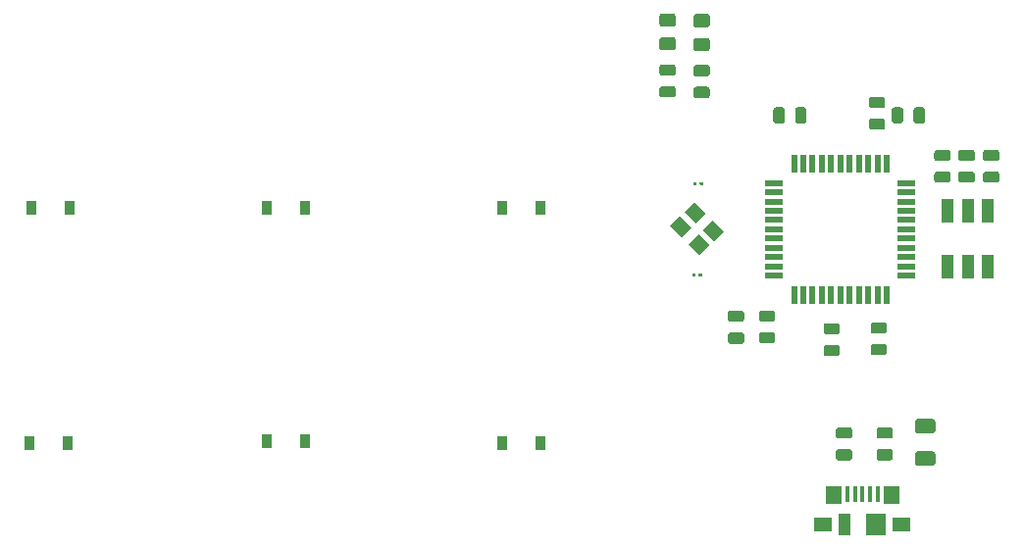
<source format=gbr>
G04 #@! TF.GenerationSoftware,KiCad,Pcbnew,5.1.5-52549c5~84~ubuntu18.04.1*
G04 #@! TF.CreationDate,2020-02-23T16:11:41-08:00*
G04 #@! TF.ProjectId,dotkb_micro,646f746b-625f-46d6-9963-726f2e6b6963,rev?*
G04 #@! TF.SameCoordinates,Original*
G04 #@! TF.FileFunction,Paste,Bot*
G04 #@! TF.FilePolarity,Positive*
%FSLAX46Y46*%
G04 Gerber Fmt 4.6, Leading zero omitted, Abs format (unit mm)*
G04 Created by KiCad (PCBNEW 5.1.5-52549c5~84~ubuntu18.04.1) date 2020-02-23 16:11:41*
%MOMM*%
%LPD*%
G04 APERTURE LIST*
%ADD10C,0.100000*%
%ADD11R,1.100000X2.000000*%
%ADD12R,0.900000X1.200000*%
%ADD13R,0.450000X1.380000*%
%ADD14R,1.425000X1.550000*%
%ADD15R,1.650000X1.300000*%
%ADD16R,1.800000X1.900000*%
%ADD17R,1.000000X1.900000*%
%ADD18R,0.550000X1.500000*%
%ADD19R,1.500000X0.550000*%
G04 APERTURE END LIST*
D10*
G36*
X126849916Y-85310925D02*
G01*
X126856469Y-85311897D01*
X126862894Y-85313507D01*
X126869131Y-85315738D01*
X126875119Y-85318570D01*
X126880801Y-85321976D01*
X126886122Y-85325922D01*
X126891030Y-85330370D01*
X126895478Y-85335278D01*
X126899424Y-85340599D01*
X126902830Y-85346281D01*
X126905662Y-85352269D01*
X126907893Y-85358506D01*
X126909503Y-85364931D01*
X126910475Y-85371484D01*
X126910800Y-85378100D01*
X126910800Y-85513100D01*
X126910475Y-85519716D01*
X126909503Y-85526269D01*
X126907893Y-85532694D01*
X126905662Y-85538931D01*
X126902830Y-85544919D01*
X126899424Y-85550601D01*
X126895478Y-85555922D01*
X126891030Y-85560830D01*
X126886122Y-85565278D01*
X126880801Y-85569224D01*
X126875119Y-85572630D01*
X126869131Y-85575462D01*
X126862894Y-85577693D01*
X126856469Y-85579303D01*
X126849916Y-85580275D01*
X126843300Y-85580600D01*
X126708300Y-85580600D01*
X126701684Y-85580275D01*
X126695131Y-85579303D01*
X126688706Y-85577693D01*
X126682469Y-85575462D01*
X126676481Y-85572630D01*
X126670799Y-85569224D01*
X126665478Y-85565278D01*
X126660570Y-85560830D01*
X126656122Y-85555922D01*
X126652176Y-85550601D01*
X126648770Y-85544919D01*
X126645938Y-85538931D01*
X126643707Y-85532694D01*
X126642097Y-85526269D01*
X126641125Y-85519716D01*
X126640800Y-85513100D01*
X126640800Y-85378100D01*
X126641125Y-85371484D01*
X126642097Y-85364931D01*
X126643707Y-85358506D01*
X126645938Y-85352269D01*
X126648770Y-85346281D01*
X126652176Y-85340599D01*
X126656122Y-85335278D01*
X126660570Y-85330370D01*
X126665478Y-85325922D01*
X126670799Y-85321976D01*
X126676481Y-85318570D01*
X126682469Y-85315738D01*
X126688706Y-85313507D01*
X126695131Y-85311897D01*
X126701684Y-85310925D01*
X126708300Y-85310600D01*
X126843300Y-85310600D01*
X126849916Y-85310925D01*
G37*
G36*
X127399916Y-85310925D02*
G01*
X127406469Y-85311897D01*
X127412894Y-85313507D01*
X127419131Y-85315738D01*
X127425119Y-85318570D01*
X127430801Y-85321976D01*
X127436122Y-85325922D01*
X127441030Y-85330370D01*
X127445478Y-85335278D01*
X127449424Y-85340599D01*
X127452830Y-85346281D01*
X127455662Y-85352269D01*
X127457893Y-85358506D01*
X127459503Y-85364931D01*
X127460475Y-85371484D01*
X127460800Y-85378100D01*
X127460800Y-85513100D01*
X127460475Y-85519716D01*
X127459503Y-85526269D01*
X127457893Y-85532694D01*
X127455662Y-85538931D01*
X127452830Y-85544919D01*
X127449424Y-85550601D01*
X127445478Y-85555922D01*
X127441030Y-85560830D01*
X127436122Y-85565278D01*
X127430801Y-85569224D01*
X127425119Y-85572630D01*
X127419131Y-85575462D01*
X127412894Y-85577693D01*
X127406469Y-85579303D01*
X127399916Y-85580275D01*
X127393300Y-85580600D01*
X127258300Y-85580600D01*
X127251684Y-85580275D01*
X127245131Y-85579303D01*
X127238706Y-85577693D01*
X127232469Y-85575462D01*
X127226481Y-85572630D01*
X127220799Y-85569224D01*
X127215478Y-85565278D01*
X127210570Y-85560830D01*
X127206122Y-85555922D01*
X127202176Y-85550601D01*
X127198770Y-85544919D01*
X127195938Y-85538931D01*
X127193707Y-85532694D01*
X127192097Y-85526269D01*
X127191125Y-85519716D01*
X127190800Y-85513100D01*
X127190800Y-85378100D01*
X127191125Y-85371484D01*
X127192097Y-85364931D01*
X127193707Y-85358506D01*
X127195938Y-85352269D01*
X127198770Y-85346281D01*
X127202176Y-85340599D01*
X127206122Y-85335278D01*
X127210570Y-85330370D01*
X127215478Y-85325922D01*
X127220799Y-85321976D01*
X127226481Y-85318570D01*
X127232469Y-85315738D01*
X127238706Y-85313507D01*
X127245131Y-85311897D01*
X127251684Y-85310925D01*
X127258300Y-85310600D01*
X127393300Y-85310600D01*
X127399916Y-85310925D01*
G37*
G36*
X126763556Y-93200165D02*
G01*
X126770109Y-93201137D01*
X126776534Y-93202747D01*
X126782771Y-93204978D01*
X126788759Y-93207810D01*
X126794441Y-93211216D01*
X126799762Y-93215162D01*
X126804670Y-93219610D01*
X126809118Y-93224518D01*
X126813064Y-93229839D01*
X126816470Y-93235521D01*
X126819302Y-93241509D01*
X126821533Y-93247746D01*
X126823143Y-93254171D01*
X126824115Y-93260724D01*
X126824440Y-93267340D01*
X126824440Y-93402340D01*
X126824115Y-93408956D01*
X126823143Y-93415509D01*
X126821533Y-93421934D01*
X126819302Y-93428171D01*
X126816470Y-93434159D01*
X126813064Y-93439841D01*
X126809118Y-93445162D01*
X126804670Y-93450070D01*
X126799762Y-93454518D01*
X126794441Y-93458464D01*
X126788759Y-93461870D01*
X126782771Y-93464702D01*
X126776534Y-93466933D01*
X126770109Y-93468543D01*
X126763556Y-93469515D01*
X126756940Y-93469840D01*
X126621940Y-93469840D01*
X126615324Y-93469515D01*
X126608771Y-93468543D01*
X126602346Y-93466933D01*
X126596109Y-93464702D01*
X126590121Y-93461870D01*
X126584439Y-93458464D01*
X126579118Y-93454518D01*
X126574210Y-93450070D01*
X126569762Y-93445162D01*
X126565816Y-93439841D01*
X126562410Y-93434159D01*
X126559578Y-93428171D01*
X126557347Y-93421934D01*
X126555737Y-93415509D01*
X126554765Y-93408956D01*
X126554440Y-93402340D01*
X126554440Y-93267340D01*
X126554765Y-93260724D01*
X126555737Y-93254171D01*
X126557347Y-93247746D01*
X126559578Y-93241509D01*
X126562410Y-93235521D01*
X126565816Y-93229839D01*
X126569762Y-93224518D01*
X126574210Y-93219610D01*
X126579118Y-93215162D01*
X126584439Y-93211216D01*
X126590121Y-93207810D01*
X126596109Y-93204978D01*
X126602346Y-93202747D01*
X126608771Y-93201137D01*
X126615324Y-93200165D01*
X126621940Y-93199840D01*
X126756940Y-93199840D01*
X126763556Y-93200165D01*
G37*
G36*
X127313556Y-93200165D02*
G01*
X127320109Y-93201137D01*
X127326534Y-93202747D01*
X127332771Y-93204978D01*
X127338759Y-93207810D01*
X127344441Y-93211216D01*
X127349762Y-93215162D01*
X127354670Y-93219610D01*
X127359118Y-93224518D01*
X127363064Y-93229839D01*
X127366470Y-93235521D01*
X127369302Y-93241509D01*
X127371533Y-93247746D01*
X127373143Y-93254171D01*
X127374115Y-93260724D01*
X127374440Y-93267340D01*
X127374440Y-93402340D01*
X127374115Y-93408956D01*
X127373143Y-93415509D01*
X127371533Y-93421934D01*
X127369302Y-93428171D01*
X127366470Y-93434159D01*
X127363064Y-93439841D01*
X127359118Y-93445162D01*
X127354670Y-93450070D01*
X127349762Y-93454518D01*
X127344441Y-93458464D01*
X127338759Y-93461870D01*
X127332771Y-93464702D01*
X127326534Y-93466933D01*
X127320109Y-93468543D01*
X127313556Y-93469515D01*
X127306940Y-93469840D01*
X127171940Y-93469840D01*
X127165324Y-93469515D01*
X127158771Y-93468543D01*
X127152346Y-93466933D01*
X127146109Y-93464702D01*
X127140121Y-93461870D01*
X127134439Y-93458464D01*
X127129118Y-93454518D01*
X127124210Y-93450070D01*
X127119762Y-93445162D01*
X127115816Y-93439841D01*
X127112410Y-93434159D01*
X127109578Y-93428171D01*
X127107347Y-93421934D01*
X127105737Y-93415509D01*
X127104765Y-93408956D01*
X127104440Y-93402340D01*
X127104440Y-93267340D01*
X127104765Y-93260724D01*
X127105737Y-93254171D01*
X127107347Y-93247746D01*
X127109578Y-93241509D01*
X127112410Y-93235521D01*
X127115816Y-93229839D01*
X127119762Y-93224518D01*
X127124210Y-93219610D01*
X127129118Y-93215162D01*
X127134439Y-93211216D01*
X127140121Y-93207810D01*
X127146109Y-93204978D01*
X127152346Y-93202747D01*
X127158771Y-93201137D01*
X127165324Y-93200165D01*
X127171940Y-93199840D01*
X127306940Y-93199840D01*
X127313556Y-93200165D01*
G37*
G36*
X140129342Y-108378074D02*
G01*
X140153003Y-108381584D01*
X140176207Y-108387396D01*
X140198729Y-108395454D01*
X140220353Y-108405682D01*
X140240870Y-108417979D01*
X140260083Y-108432229D01*
X140277807Y-108448293D01*
X140293871Y-108466017D01*
X140308121Y-108485230D01*
X140320418Y-108505747D01*
X140330646Y-108527371D01*
X140338704Y-108549893D01*
X140344516Y-108573097D01*
X140348026Y-108596758D01*
X140349200Y-108620650D01*
X140349200Y-109108150D01*
X140348026Y-109132042D01*
X140344516Y-109155703D01*
X140338704Y-109178907D01*
X140330646Y-109201429D01*
X140320418Y-109223053D01*
X140308121Y-109243570D01*
X140293871Y-109262783D01*
X140277807Y-109280507D01*
X140260083Y-109296571D01*
X140240870Y-109310821D01*
X140220353Y-109323118D01*
X140198729Y-109333346D01*
X140176207Y-109341404D01*
X140153003Y-109347216D01*
X140129342Y-109350726D01*
X140105450Y-109351900D01*
X139192950Y-109351900D01*
X139169058Y-109350726D01*
X139145397Y-109347216D01*
X139122193Y-109341404D01*
X139099671Y-109333346D01*
X139078047Y-109323118D01*
X139057530Y-109310821D01*
X139038317Y-109296571D01*
X139020593Y-109280507D01*
X139004529Y-109262783D01*
X138990279Y-109243570D01*
X138977982Y-109223053D01*
X138967754Y-109201429D01*
X138959696Y-109178907D01*
X138953884Y-109155703D01*
X138950374Y-109132042D01*
X138949200Y-109108150D01*
X138949200Y-108620650D01*
X138950374Y-108596758D01*
X138953884Y-108573097D01*
X138959696Y-108549893D01*
X138967754Y-108527371D01*
X138977982Y-108505747D01*
X138990279Y-108485230D01*
X139004529Y-108466017D01*
X139020593Y-108448293D01*
X139038317Y-108432229D01*
X139057530Y-108417979D01*
X139078047Y-108405682D01*
X139099671Y-108395454D01*
X139122193Y-108387396D01*
X139145397Y-108381584D01*
X139169058Y-108378074D01*
X139192950Y-108376900D01*
X140105450Y-108376900D01*
X140129342Y-108378074D01*
G37*
G36*
X140129342Y-106503074D02*
G01*
X140153003Y-106506584D01*
X140176207Y-106512396D01*
X140198729Y-106520454D01*
X140220353Y-106530682D01*
X140240870Y-106542979D01*
X140260083Y-106557229D01*
X140277807Y-106573293D01*
X140293871Y-106591017D01*
X140308121Y-106610230D01*
X140320418Y-106630747D01*
X140330646Y-106652371D01*
X140338704Y-106674893D01*
X140344516Y-106698097D01*
X140348026Y-106721758D01*
X140349200Y-106745650D01*
X140349200Y-107233150D01*
X140348026Y-107257042D01*
X140344516Y-107280703D01*
X140338704Y-107303907D01*
X140330646Y-107326429D01*
X140320418Y-107348053D01*
X140308121Y-107368570D01*
X140293871Y-107387783D01*
X140277807Y-107405507D01*
X140260083Y-107421571D01*
X140240870Y-107435821D01*
X140220353Y-107448118D01*
X140198729Y-107458346D01*
X140176207Y-107466404D01*
X140153003Y-107472216D01*
X140129342Y-107475726D01*
X140105450Y-107476900D01*
X139192950Y-107476900D01*
X139169058Y-107475726D01*
X139145397Y-107472216D01*
X139122193Y-107466404D01*
X139099671Y-107458346D01*
X139078047Y-107448118D01*
X139057530Y-107435821D01*
X139038317Y-107421571D01*
X139020593Y-107405507D01*
X139004529Y-107387783D01*
X138990279Y-107368570D01*
X138977982Y-107348053D01*
X138967754Y-107326429D01*
X138959696Y-107303907D01*
X138953884Y-107280703D01*
X138950374Y-107257042D01*
X138949200Y-107233150D01*
X138949200Y-106745650D01*
X138950374Y-106721758D01*
X138953884Y-106698097D01*
X138959696Y-106674893D01*
X138967754Y-106652371D01*
X138977982Y-106630747D01*
X138990279Y-106610230D01*
X139004529Y-106591017D01*
X139020593Y-106573293D01*
X139038317Y-106557229D01*
X139057530Y-106542979D01*
X139078047Y-106530682D01*
X139099671Y-106520454D01*
X139122193Y-106512396D01*
X139145397Y-106506584D01*
X139169058Y-106503074D01*
X139192950Y-106501900D01*
X140105450Y-106501900D01*
X140129342Y-106503074D01*
G37*
G36*
X143634542Y-108378074D02*
G01*
X143658203Y-108381584D01*
X143681407Y-108387396D01*
X143703929Y-108395454D01*
X143725553Y-108405682D01*
X143746070Y-108417979D01*
X143765283Y-108432229D01*
X143783007Y-108448293D01*
X143799071Y-108466017D01*
X143813321Y-108485230D01*
X143825618Y-108505747D01*
X143835846Y-108527371D01*
X143843904Y-108549893D01*
X143849716Y-108573097D01*
X143853226Y-108596758D01*
X143854400Y-108620650D01*
X143854400Y-109108150D01*
X143853226Y-109132042D01*
X143849716Y-109155703D01*
X143843904Y-109178907D01*
X143835846Y-109201429D01*
X143825618Y-109223053D01*
X143813321Y-109243570D01*
X143799071Y-109262783D01*
X143783007Y-109280507D01*
X143765283Y-109296571D01*
X143746070Y-109310821D01*
X143725553Y-109323118D01*
X143703929Y-109333346D01*
X143681407Y-109341404D01*
X143658203Y-109347216D01*
X143634542Y-109350726D01*
X143610650Y-109351900D01*
X142698150Y-109351900D01*
X142674258Y-109350726D01*
X142650597Y-109347216D01*
X142627393Y-109341404D01*
X142604871Y-109333346D01*
X142583247Y-109323118D01*
X142562730Y-109310821D01*
X142543517Y-109296571D01*
X142525793Y-109280507D01*
X142509729Y-109262783D01*
X142495479Y-109243570D01*
X142483182Y-109223053D01*
X142472954Y-109201429D01*
X142464896Y-109178907D01*
X142459084Y-109155703D01*
X142455574Y-109132042D01*
X142454400Y-109108150D01*
X142454400Y-108620650D01*
X142455574Y-108596758D01*
X142459084Y-108573097D01*
X142464896Y-108549893D01*
X142472954Y-108527371D01*
X142483182Y-108505747D01*
X142495479Y-108485230D01*
X142509729Y-108466017D01*
X142525793Y-108448293D01*
X142543517Y-108432229D01*
X142562730Y-108417979D01*
X142583247Y-108405682D01*
X142604871Y-108395454D01*
X142627393Y-108387396D01*
X142650597Y-108381584D01*
X142674258Y-108378074D01*
X142698150Y-108376900D01*
X143610650Y-108376900D01*
X143634542Y-108378074D01*
G37*
G36*
X143634542Y-106503074D02*
G01*
X143658203Y-106506584D01*
X143681407Y-106512396D01*
X143703929Y-106520454D01*
X143725553Y-106530682D01*
X143746070Y-106542979D01*
X143765283Y-106557229D01*
X143783007Y-106573293D01*
X143799071Y-106591017D01*
X143813321Y-106610230D01*
X143825618Y-106630747D01*
X143835846Y-106652371D01*
X143843904Y-106674893D01*
X143849716Y-106698097D01*
X143853226Y-106721758D01*
X143854400Y-106745650D01*
X143854400Y-107233150D01*
X143853226Y-107257042D01*
X143849716Y-107280703D01*
X143843904Y-107303907D01*
X143835846Y-107326429D01*
X143825618Y-107348053D01*
X143813321Y-107368570D01*
X143799071Y-107387783D01*
X143783007Y-107405507D01*
X143765283Y-107421571D01*
X143746070Y-107435821D01*
X143725553Y-107448118D01*
X143703929Y-107458346D01*
X143681407Y-107466404D01*
X143658203Y-107472216D01*
X143634542Y-107475726D01*
X143610650Y-107476900D01*
X142698150Y-107476900D01*
X142674258Y-107475726D01*
X142650597Y-107472216D01*
X142627393Y-107466404D01*
X142604871Y-107458346D01*
X142583247Y-107448118D01*
X142562730Y-107435821D01*
X142543517Y-107421571D01*
X142525793Y-107405507D01*
X142509729Y-107387783D01*
X142495479Y-107368570D01*
X142483182Y-107348053D01*
X142472954Y-107326429D01*
X142464896Y-107303907D01*
X142459084Y-107280703D01*
X142455574Y-107257042D01*
X142454400Y-107233150D01*
X142454400Y-106745650D01*
X142455574Y-106721758D01*
X142459084Y-106698097D01*
X142464896Y-106674893D01*
X142472954Y-106652371D01*
X142483182Y-106630747D01*
X142495479Y-106610230D01*
X142509729Y-106591017D01*
X142525793Y-106573293D01*
X142543517Y-106557229D01*
X142562730Y-106542979D01*
X142583247Y-106530682D01*
X142604871Y-106520454D01*
X142627393Y-106512396D01*
X142650597Y-106506584D01*
X142674258Y-106503074D01*
X142698150Y-106501900D01*
X143610650Y-106501900D01*
X143634542Y-106503074D01*
G37*
D11*
X148617200Y-87782400D03*
X150317200Y-87782400D03*
X152017200Y-87782400D03*
X152017200Y-92582400D03*
X150317200Y-92582400D03*
X148617200Y-92582400D03*
D10*
G36*
X148612942Y-82525474D02*
G01*
X148636603Y-82528984D01*
X148659807Y-82534796D01*
X148682329Y-82542854D01*
X148703953Y-82553082D01*
X148724470Y-82565379D01*
X148743683Y-82579629D01*
X148761407Y-82595693D01*
X148777471Y-82613417D01*
X148791721Y-82632630D01*
X148804018Y-82653147D01*
X148814246Y-82674771D01*
X148822304Y-82697293D01*
X148828116Y-82720497D01*
X148831626Y-82744158D01*
X148832800Y-82768050D01*
X148832800Y-83255550D01*
X148831626Y-83279442D01*
X148828116Y-83303103D01*
X148822304Y-83326307D01*
X148814246Y-83348829D01*
X148804018Y-83370453D01*
X148791721Y-83390970D01*
X148777471Y-83410183D01*
X148761407Y-83427907D01*
X148743683Y-83443971D01*
X148724470Y-83458221D01*
X148703953Y-83470518D01*
X148682329Y-83480746D01*
X148659807Y-83488804D01*
X148636603Y-83494616D01*
X148612942Y-83498126D01*
X148589050Y-83499300D01*
X147676550Y-83499300D01*
X147652658Y-83498126D01*
X147628997Y-83494616D01*
X147605793Y-83488804D01*
X147583271Y-83480746D01*
X147561647Y-83470518D01*
X147541130Y-83458221D01*
X147521917Y-83443971D01*
X147504193Y-83427907D01*
X147488129Y-83410183D01*
X147473879Y-83390970D01*
X147461582Y-83370453D01*
X147451354Y-83348829D01*
X147443296Y-83326307D01*
X147437484Y-83303103D01*
X147433974Y-83279442D01*
X147432800Y-83255550D01*
X147432800Y-82768050D01*
X147433974Y-82744158D01*
X147437484Y-82720497D01*
X147443296Y-82697293D01*
X147451354Y-82674771D01*
X147461582Y-82653147D01*
X147473879Y-82632630D01*
X147488129Y-82613417D01*
X147504193Y-82595693D01*
X147521917Y-82579629D01*
X147541130Y-82565379D01*
X147561647Y-82553082D01*
X147583271Y-82542854D01*
X147605793Y-82534796D01*
X147628997Y-82528984D01*
X147652658Y-82525474D01*
X147676550Y-82524300D01*
X148589050Y-82524300D01*
X148612942Y-82525474D01*
G37*
G36*
X148612942Y-84400474D02*
G01*
X148636603Y-84403984D01*
X148659807Y-84409796D01*
X148682329Y-84417854D01*
X148703953Y-84428082D01*
X148724470Y-84440379D01*
X148743683Y-84454629D01*
X148761407Y-84470693D01*
X148777471Y-84488417D01*
X148791721Y-84507630D01*
X148804018Y-84528147D01*
X148814246Y-84549771D01*
X148822304Y-84572293D01*
X148828116Y-84595497D01*
X148831626Y-84619158D01*
X148832800Y-84643050D01*
X148832800Y-85130550D01*
X148831626Y-85154442D01*
X148828116Y-85178103D01*
X148822304Y-85201307D01*
X148814246Y-85223829D01*
X148804018Y-85245453D01*
X148791721Y-85265970D01*
X148777471Y-85285183D01*
X148761407Y-85302907D01*
X148743683Y-85318971D01*
X148724470Y-85333221D01*
X148703953Y-85345518D01*
X148682329Y-85355746D01*
X148659807Y-85363804D01*
X148636603Y-85369616D01*
X148612942Y-85373126D01*
X148589050Y-85374300D01*
X147676550Y-85374300D01*
X147652658Y-85373126D01*
X147628997Y-85369616D01*
X147605793Y-85363804D01*
X147583271Y-85355746D01*
X147561647Y-85345518D01*
X147541130Y-85333221D01*
X147521917Y-85318971D01*
X147504193Y-85302907D01*
X147488129Y-85285183D01*
X147473879Y-85265970D01*
X147461582Y-85245453D01*
X147451354Y-85223829D01*
X147443296Y-85201307D01*
X147437484Y-85178103D01*
X147433974Y-85154442D01*
X147432800Y-85130550D01*
X147432800Y-84643050D01*
X147433974Y-84619158D01*
X147437484Y-84595497D01*
X147443296Y-84572293D01*
X147451354Y-84549771D01*
X147461582Y-84528147D01*
X147473879Y-84507630D01*
X147488129Y-84488417D01*
X147504193Y-84470693D01*
X147521917Y-84454629D01*
X147541130Y-84440379D01*
X147561647Y-84428082D01*
X147583271Y-84417854D01*
X147605793Y-84409796D01*
X147628997Y-84403984D01*
X147652658Y-84400474D01*
X147676550Y-84399300D01*
X148589050Y-84399300D01*
X148612942Y-84400474D01*
G37*
G36*
X150695742Y-82525474D02*
G01*
X150719403Y-82528984D01*
X150742607Y-82534796D01*
X150765129Y-82542854D01*
X150786753Y-82553082D01*
X150807270Y-82565379D01*
X150826483Y-82579629D01*
X150844207Y-82595693D01*
X150860271Y-82613417D01*
X150874521Y-82632630D01*
X150886818Y-82653147D01*
X150897046Y-82674771D01*
X150905104Y-82697293D01*
X150910916Y-82720497D01*
X150914426Y-82744158D01*
X150915600Y-82768050D01*
X150915600Y-83255550D01*
X150914426Y-83279442D01*
X150910916Y-83303103D01*
X150905104Y-83326307D01*
X150897046Y-83348829D01*
X150886818Y-83370453D01*
X150874521Y-83390970D01*
X150860271Y-83410183D01*
X150844207Y-83427907D01*
X150826483Y-83443971D01*
X150807270Y-83458221D01*
X150786753Y-83470518D01*
X150765129Y-83480746D01*
X150742607Y-83488804D01*
X150719403Y-83494616D01*
X150695742Y-83498126D01*
X150671850Y-83499300D01*
X149759350Y-83499300D01*
X149735458Y-83498126D01*
X149711797Y-83494616D01*
X149688593Y-83488804D01*
X149666071Y-83480746D01*
X149644447Y-83470518D01*
X149623930Y-83458221D01*
X149604717Y-83443971D01*
X149586993Y-83427907D01*
X149570929Y-83410183D01*
X149556679Y-83390970D01*
X149544382Y-83370453D01*
X149534154Y-83348829D01*
X149526096Y-83326307D01*
X149520284Y-83303103D01*
X149516774Y-83279442D01*
X149515600Y-83255550D01*
X149515600Y-82768050D01*
X149516774Y-82744158D01*
X149520284Y-82720497D01*
X149526096Y-82697293D01*
X149534154Y-82674771D01*
X149544382Y-82653147D01*
X149556679Y-82632630D01*
X149570929Y-82613417D01*
X149586993Y-82595693D01*
X149604717Y-82579629D01*
X149623930Y-82565379D01*
X149644447Y-82553082D01*
X149666071Y-82542854D01*
X149688593Y-82534796D01*
X149711797Y-82528984D01*
X149735458Y-82525474D01*
X149759350Y-82524300D01*
X150671850Y-82524300D01*
X150695742Y-82525474D01*
G37*
G36*
X150695742Y-84400474D02*
G01*
X150719403Y-84403984D01*
X150742607Y-84409796D01*
X150765129Y-84417854D01*
X150786753Y-84428082D01*
X150807270Y-84440379D01*
X150826483Y-84454629D01*
X150844207Y-84470693D01*
X150860271Y-84488417D01*
X150874521Y-84507630D01*
X150886818Y-84528147D01*
X150897046Y-84549771D01*
X150905104Y-84572293D01*
X150910916Y-84595497D01*
X150914426Y-84619158D01*
X150915600Y-84643050D01*
X150915600Y-85130550D01*
X150914426Y-85154442D01*
X150910916Y-85178103D01*
X150905104Y-85201307D01*
X150897046Y-85223829D01*
X150886818Y-85245453D01*
X150874521Y-85265970D01*
X150860271Y-85285183D01*
X150844207Y-85302907D01*
X150826483Y-85318971D01*
X150807270Y-85333221D01*
X150786753Y-85345518D01*
X150765129Y-85355746D01*
X150742607Y-85363804D01*
X150719403Y-85369616D01*
X150695742Y-85373126D01*
X150671850Y-85374300D01*
X149759350Y-85374300D01*
X149735458Y-85373126D01*
X149711797Y-85369616D01*
X149688593Y-85363804D01*
X149666071Y-85355746D01*
X149644447Y-85345518D01*
X149623930Y-85333221D01*
X149604717Y-85318971D01*
X149586993Y-85302907D01*
X149570929Y-85285183D01*
X149556679Y-85265970D01*
X149544382Y-85245453D01*
X149534154Y-85223829D01*
X149526096Y-85201307D01*
X149520284Y-85178103D01*
X149516774Y-85154442D01*
X149515600Y-85130550D01*
X149515600Y-84643050D01*
X149516774Y-84619158D01*
X149520284Y-84595497D01*
X149526096Y-84572293D01*
X149534154Y-84549771D01*
X149544382Y-84528147D01*
X149556679Y-84507630D01*
X149570929Y-84488417D01*
X149586993Y-84470693D01*
X149604717Y-84454629D01*
X149623930Y-84440379D01*
X149644447Y-84428082D01*
X149666071Y-84417854D01*
X149688593Y-84409796D01*
X149711797Y-84403984D01*
X149735458Y-84400474D01*
X149759350Y-84399300D01*
X150671850Y-84399300D01*
X150695742Y-84400474D01*
G37*
G36*
X152829342Y-82525474D02*
G01*
X152853003Y-82528984D01*
X152876207Y-82534796D01*
X152898729Y-82542854D01*
X152920353Y-82553082D01*
X152940870Y-82565379D01*
X152960083Y-82579629D01*
X152977807Y-82595693D01*
X152993871Y-82613417D01*
X153008121Y-82632630D01*
X153020418Y-82653147D01*
X153030646Y-82674771D01*
X153038704Y-82697293D01*
X153044516Y-82720497D01*
X153048026Y-82744158D01*
X153049200Y-82768050D01*
X153049200Y-83255550D01*
X153048026Y-83279442D01*
X153044516Y-83303103D01*
X153038704Y-83326307D01*
X153030646Y-83348829D01*
X153020418Y-83370453D01*
X153008121Y-83390970D01*
X152993871Y-83410183D01*
X152977807Y-83427907D01*
X152960083Y-83443971D01*
X152940870Y-83458221D01*
X152920353Y-83470518D01*
X152898729Y-83480746D01*
X152876207Y-83488804D01*
X152853003Y-83494616D01*
X152829342Y-83498126D01*
X152805450Y-83499300D01*
X151892950Y-83499300D01*
X151869058Y-83498126D01*
X151845397Y-83494616D01*
X151822193Y-83488804D01*
X151799671Y-83480746D01*
X151778047Y-83470518D01*
X151757530Y-83458221D01*
X151738317Y-83443971D01*
X151720593Y-83427907D01*
X151704529Y-83410183D01*
X151690279Y-83390970D01*
X151677982Y-83370453D01*
X151667754Y-83348829D01*
X151659696Y-83326307D01*
X151653884Y-83303103D01*
X151650374Y-83279442D01*
X151649200Y-83255550D01*
X151649200Y-82768050D01*
X151650374Y-82744158D01*
X151653884Y-82720497D01*
X151659696Y-82697293D01*
X151667754Y-82674771D01*
X151677982Y-82653147D01*
X151690279Y-82632630D01*
X151704529Y-82613417D01*
X151720593Y-82595693D01*
X151738317Y-82579629D01*
X151757530Y-82565379D01*
X151778047Y-82553082D01*
X151799671Y-82542854D01*
X151822193Y-82534796D01*
X151845397Y-82528984D01*
X151869058Y-82525474D01*
X151892950Y-82524300D01*
X152805450Y-82524300D01*
X152829342Y-82525474D01*
G37*
G36*
X152829342Y-84400474D02*
G01*
X152853003Y-84403984D01*
X152876207Y-84409796D01*
X152898729Y-84417854D01*
X152920353Y-84428082D01*
X152940870Y-84440379D01*
X152960083Y-84454629D01*
X152977807Y-84470693D01*
X152993871Y-84488417D01*
X153008121Y-84507630D01*
X153020418Y-84528147D01*
X153030646Y-84549771D01*
X153038704Y-84572293D01*
X153044516Y-84595497D01*
X153048026Y-84619158D01*
X153049200Y-84643050D01*
X153049200Y-85130550D01*
X153048026Y-85154442D01*
X153044516Y-85178103D01*
X153038704Y-85201307D01*
X153030646Y-85223829D01*
X153020418Y-85245453D01*
X153008121Y-85265970D01*
X152993871Y-85285183D01*
X152977807Y-85302907D01*
X152960083Y-85318971D01*
X152940870Y-85333221D01*
X152920353Y-85345518D01*
X152898729Y-85355746D01*
X152876207Y-85363804D01*
X152853003Y-85369616D01*
X152829342Y-85373126D01*
X152805450Y-85374300D01*
X151892950Y-85374300D01*
X151869058Y-85373126D01*
X151845397Y-85369616D01*
X151822193Y-85363804D01*
X151799671Y-85355746D01*
X151778047Y-85345518D01*
X151757530Y-85333221D01*
X151738317Y-85318971D01*
X151720593Y-85302907D01*
X151704529Y-85285183D01*
X151690279Y-85265970D01*
X151677982Y-85245453D01*
X151667754Y-85223829D01*
X151659696Y-85201307D01*
X151653884Y-85178103D01*
X151650374Y-85154442D01*
X151649200Y-85130550D01*
X151649200Y-84643050D01*
X151650374Y-84619158D01*
X151653884Y-84595497D01*
X151659696Y-84572293D01*
X151667754Y-84549771D01*
X151677982Y-84528147D01*
X151690279Y-84507630D01*
X151704529Y-84488417D01*
X151720593Y-84470693D01*
X151738317Y-84454629D01*
X151757530Y-84440379D01*
X151778047Y-84428082D01*
X151799671Y-84417854D01*
X151822193Y-84409796D01*
X151845397Y-84403984D01*
X151869058Y-84400474D01*
X151892950Y-84399300D01*
X152805450Y-84399300D01*
X152829342Y-84400474D01*
G37*
G36*
X124889342Y-77029874D02*
G01*
X124913003Y-77033384D01*
X124936207Y-77039196D01*
X124958729Y-77047254D01*
X124980353Y-77057482D01*
X125000870Y-77069779D01*
X125020083Y-77084029D01*
X125037807Y-77100093D01*
X125053871Y-77117817D01*
X125068121Y-77137030D01*
X125080418Y-77157547D01*
X125090646Y-77179171D01*
X125098704Y-77201693D01*
X125104516Y-77224897D01*
X125108026Y-77248558D01*
X125109200Y-77272450D01*
X125109200Y-77759950D01*
X125108026Y-77783842D01*
X125104516Y-77807503D01*
X125098704Y-77830707D01*
X125090646Y-77853229D01*
X125080418Y-77874853D01*
X125068121Y-77895370D01*
X125053871Y-77914583D01*
X125037807Y-77932307D01*
X125020083Y-77948371D01*
X125000870Y-77962621D01*
X124980353Y-77974918D01*
X124958729Y-77985146D01*
X124936207Y-77993204D01*
X124913003Y-77999016D01*
X124889342Y-78002526D01*
X124865450Y-78003700D01*
X123952950Y-78003700D01*
X123929058Y-78002526D01*
X123905397Y-77999016D01*
X123882193Y-77993204D01*
X123859671Y-77985146D01*
X123838047Y-77974918D01*
X123817530Y-77962621D01*
X123798317Y-77948371D01*
X123780593Y-77932307D01*
X123764529Y-77914583D01*
X123750279Y-77895370D01*
X123737982Y-77874853D01*
X123727754Y-77853229D01*
X123719696Y-77830707D01*
X123713884Y-77807503D01*
X123710374Y-77783842D01*
X123709200Y-77759950D01*
X123709200Y-77272450D01*
X123710374Y-77248558D01*
X123713884Y-77224897D01*
X123719696Y-77201693D01*
X123727754Y-77179171D01*
X123737982Y-77157547D01*
X123750279Y-77137030D01*
X123764529Y-77117817D01*
X123780593Y-77100093D01*
X123798317Y-77084029D01*
X123817530Y-77069779D01*
X123838047Y-77057482D01*
X123859671Y-77047254D01*
X123882193Y-77039196D01*
X123905397Y-77033384D01*
X123929058Y-77029874D01*
X123952950Y-77028700D01*
X124865450Y-77028700D01*
X124889342Y-77029874D01*
G37*
G36*
X124889342Y-75154874D02*
G01*
X124913003Y-75158384D01*
X124936207Y-75164196D01*
X124958729Y-75172254D01*
X124980353Y-75182482D01*
X125000870Y-75194779D01*
X125020083Y-75209029D01*
X125037807Y-75225093D01*
X125053871Y-75242817D01*
X125068121Y-75262030D01*
X125080418Y-75282547D01*
X125090646Y-75304171D01*
X125098704Y-75326693D01*
X125104516Y-75349897D01*
X125108026Y-75373558D01*
X125109200Y-75397450D01*
X125109200Y-75884950D01*
X125108026Y-75908842D01*
X125104516Y-75932503D01*
X125098704Y-75955707D01*
X125090646Y-75978229D01*
X125080418Y-75999853D01*
X125068121Y-76020370D01*
X125053871Y-76039583D01*
X125037807Y-76057307D01*
X125020083Y-76073371D01*
X125000870Y-76087621D01*
X124980353Y-76099918D01*
X124958729Y-76110146D01*
X124936207Y-76118204D01*
X124913003Y-76124016D01*
X124889342Y-76127526D01*
X124865450Y-76128700D01*
X123952950Y-76128700D01*
X123929058Y-76127526D01*
X123905397Y-76124016D01*
X123882193Y-76118204D01*
X123859671Y-76110146D01*
X123838047Y-76099918D01*
X123817530Y-76087621D01*
X123798317Y-76073371D01*
X123780593Y-76057307D01*
X123764529Y-76039583D01*
X123750279Y-76020370D01*
X123737982Y-75999853D01*
X123727754Y-75978229D01*
X123719696Y-75955707D01*
X123713884Y-75932503D01*
X123710374Y-75908842D01*
X123709200Y-75884950D01*
X123709200Y-75397450D01*
X123710374Y-75373558D01*
X123713884Y-75349897D01*
X123719696Y-75326693D01*
X123727754Y-75304171D01*
X123737982Y-75282547D01*
X123750279Y-75262030D01*
X123764529Y-75242817D01*
X123780593Y-75225093D01*
X123798317Y-75209029D01*
X123817530Y-75194779D01*
X123838047Y-75182482D01*
X123859671Y-75172254D01*
X123882193Y-75164196D01*
X123905397Y-75158384D01*
X123929058Y-75154874D01*
X123952950Y-75153700D01*
X124865450Y-75153700D01*
X124889342Y-75154874D01*
G37*
G36*
X127835742Y-77080674D02*
G01*
X127859403Y-77084184D01*
X127882607Y-77089996D01*
X127905129Y-77098054D01*
X127926753Y-77108282D01*
X127947270Y-77120579D01*
X127966483Y-77134829D01*
X127984207Y-77150893D01*
X128000271Y-77168617D01*
X128014521Y-77187830D01*
X128026818Y-77208347D01*
X128037046Y-77229971D01*
X128045104Y-77252493D01*
X128050916Y-77275697D01*
X128054426Y-77299358D01*
X128055600Y-77323250D01*
X128055600Y-77810750D01*
X128054426Y-77834642D01*
X128050916Y-77858303D01*
X128045104Y-77881507D01*
X128037046Y-77904029D01*
X128026818Y-77925653D01*
X128014521Y-77946170D01*
X128000271Y-77965383D01*
X127984207Y-77983107D01*
X127966483Y-77999171D01*
X127947270Y-78013421D01*
X127926753Y-78025718D01*
X127905129Y-78035946D01*
X127882607Y-78044004D01*
X127859403Y-78049816D01*
X127835742Y-78053326D01*
X127811850Y-78054500D01*
X126899350Y-78054500D01*
X126875458Y-78053326D01*
X126851797Y-78049816D01*
X126828593Y-78044004D01*
X126806071Y-78035946D01*
X126784447Y-78025718D01*
X126763930Y-78013421D01*
X126744717Y-77999171D01*
X126726993Y-77983107D01*
X126710929Y-77965383D01*
X126696679Y-77946170D01*
X126684382Y-77925653D01*
X126674154Y-77904029D01*
X126666096Y-77881507D01*
X126660284Y-77858303D01*
X126656774Y-77834642D01*
X126655600Y-77810750D01*
X126655600Y-77323250D01*
X126656774Y-77299358D01*
X126660284Y-77275697D01*
X126666096Y-77252493D01*
X126674154Y-77229971D01*
X126684382Y-77208347D01*
X126696679Y-77187830D01*
X126710929Y-77168617D01*
X126726993Y-77150893D01*
X126744717Y-77134829D01*
X126763930Y-77120579D01*
X126784447Y-77108282D01*
X126806071Y-77098054D01*
X126828593Y-77089996D01*
X126851797Y-77084184D01*
X126875458Y-77080674D01*
X126899350Y-77079500D01*
X127811850Y-77079500D01*
X127835742Y-77080674D01*
G37*
G36*
X127835742Y-75205674D02*
G01*
X127859403Y-75209184D01*
X127882607Y-75214996D01*
X127905129Y-75223054D01*
X127926753Y-75233282D01*
X127947270Y-75245579D01*
X127966483Y-75259829D01*
X127984207Y-75275893D01*
X128000271Y-75293617D01*
X128014521Y-75312830D01*
X128026818Y-75333347D01*
X128037046Y-75354971D01*
X128045104Y-75377493D01*
X128050916Y-75400697D01*
X128054426Y-75424358D01*
X128055600Y-75448250D01*
X128055600Y-75935750D01*
X128054426Y-75959642D01*
X128050916Y-75983303D01*
X128045104Y-76006507D01*
X128037046Y-76029029D01*
X128026818Y-76050653D01*
X128014521Y-76071170D01*
X128000271Y-76090383D01*
X127984207Y-76108107D01*
X127966483Y-76124171D01*
X127947270Y-76138421D01*
X127926753Y-76150718D01*
X127905129Y-76160946D01*
X127882607Y-76169004D01*
X127859403Y-76174816D01*
X127835742Y-76178326D01*
X127811850Y-76179500D01*
X126899350Y-76179500D01*
X126875458Y-76178326D01*
X126851797Y-76174816D01*
X126828593Y-76169004D01*
X126806071Y-76160946D01*
X126784447Y-76150718D01*
X126763930Y-76138421D01*
X126744717Y-76124171D01*
X126726993Y-76108107D01*
X126710929Y-76090383D01*
X126696679Y-76071170D01*
X126684382Y-76050653D01*
X126674154Y-76029029D01*
X126666096Y-76006507D01*
X126660284Y-75983303D01*
X126656774Y-75959642D01*
X126655600Y-75935750D01*
X126655600Y-75448250D01*
X126656774Y-75424358D01*
X126660284Y-75400697D01*
X126666096Y-75377493D01*
X126674154Y-75354971D01*
X126684382Y-75333347D01*
X126696679Y-75312830D01*
X126710929Y-75293617D01*
X126726993Y-75275893D01*
X126744717Y-75259829D01*
X126763930Y-75245579D01*
X126784447Y-75233282D01*
X126806071Y-75223054D01*
X126828593Y-75214996D01*
X126851797Y-75209184D01*
X126875458Y-75205674D01*
X126899350Y-75204500D01*
X127811850Y-75204500D01*
X127835742Y-75205674D01*
G37*
G36*
X124883705Y-72799404D02*
G01*
X124907973Y-72803004D01*
X124931772Y-72808965D01*
X124954871Y-72817230D01*
X124977050Y-72827720D01*
X124998093Y-72840332D01*
X125017799Y-72854947D01*
X125035977Y-72871423D01*
X125052453Y-72889601D01*
X125067068Y-72909307D01*
X125079680Y-72930350D01*
X125090170Y-72952529D01*
X125098435Y-72975628D01*
X125104396Y-72999427D01*
X125107996Y-73023695D01*
X125109200Y-73048199D01*
X125109200Y-73698201D01*
X125107996Y-73722705D01*
X125104396Y-73746973D01*
X125098435Y-73770772D01*
X125090170Y-73793871D01*
X125079680Y-73816050D01*
X125067068Y-73837093D01*
X125052453Y-73856799D01*
X125035977Y-73874977D01*
X125017799Y-73891453D01*
X124998093Y-73906068D01*
X124977050Y-73918680D01*
X124954871Y-73929170D01*
X124931772Y-73937435D01*
X124907973Y-73943396D01*
X124883705Y-73946996D01*
X124859201Y-73948200D01*
X123959199Y-73948200D01*
X123934695Y-73946996D01*
X123910427Y-73943396D01*
X123886628Y-73937435D01*
X123863529Y-73929170D01*
X123841350Y-73918680D01*
X123820307Y-73906068D01*
X123800601Y-73891453D01*
X123782423Y-73874977D01*
X123765947Y-73856799D01*
X123751332Y-73837093D01*
X123738720Y-73816050D01*
X123728230Y-73793871D01*
X123719965Y-73770772D01*
X123714004Y-73746973D01*
X123710404Y-73722705D01*
X123709200Y-73698201D01*
X123709200Y-73048199D01*
X123710404Y-73023695D01*
X123714004Y-72999427D01*
X123719965Y-72975628D01*
X123728230Y-72952529D01*
X123738720Y-72930350D01*
X123751332Y-72909307D01*
X123765947Y-72889601D01*
X123782423Y-72871423D01*
X123800601Y-72854947D01*
X123820307Y-72840332D01*
X123841350Y-72827720D01*
X123863529Y-72817230D01*
X123886628Y-72808965D01*
X123910427Y-72803004D01*
X123934695Y-72799404D01*
X123959199Y-72798200D01*
X124859201Y-72798200D01*
X124883705Y-72799404D01*
G37*
G36*
X124883705Y-70749404D02*
G01*
X124907973Y-70753004D01*
X124931772Y-70758965D01*
X124954871Y-70767230D01*
X124977050Y-70777720D01*
X124998093Y-70790332D01*
X125017799Y-70804947D01*
X125035977Y-70821423D01*
X125052453Y-70839601D01*
X125067068Y-70859307D01*
X125079680Y-70880350D01*
X125090170Y-70902529D01*
X125098435Y-70925628D01*
X125104396Y-70949427D01*
X125107996Y-70973695D01*
X125109200Y-70998199D01*
X125109200Y-71648201D01*
X125107996Y-71672705D01*
X125104396Y-71696973D01*
X125098435Y-71720772D01*
X125090170Y-71743871D01*
X125079680Y-71766050D01*
X125067068Y-71787093D01*
X125052453Y-71806799D01*
X125035977Y-71824977D01*
X125017799Y-71841453D01*
X124998093Y-71856068D01*
X124977050Y-71868680D01*
X124954871Y-71879170D01*
X124931772Y-71887435D01*
X124907973Y-71893396D01*
X124883705Y-71896996D01*
X124859201Y-71898200D01*
X123959199Y-71898200D01*
X123934695Y-71896996D01*
X123910427Y-71893396D01*
X123886628Y-71887435D01*
X123863529Y-71879170D01*
X123841350Y-71868680D01*
X123820307Y-71856068D01*
X123800601Y-71841453D01*
X123782423Y-71824977D01*
X123765947Y-71806799D01*
X123751332Y-71787093D01*
X123738720Y-71766050D01*
X123728230Y-71743871D01*
X123719965Y-71720772D01*
X123714004Y-71696973D01*
X123710404Y-71672705D01*
X123709200Y-71648201D01*
X123709200Y-70998199D01*
X123710404Y-70973695D01*
X123714004Y-70949427D01*
X123719965Y-70925628D01*
X123728230Y-70902529D01*
X123738720Y-70880350D01*
X123751332Y-70859307D01*
X123765947Y-70839601D01*
X123782423Y-70821423D01*
X123800601Y-70804947D01*
X123820307Y-70790332D01*
X123841350Y-70777720D01*
X123863529Y-70767230D01*
X123886628Y-70758965D01*
X123910427Y-70753004D01*
X123934695Y-70749404D01*
X123959199Y-70748200D01*
X124859201Y-70748200D01*
X124883705Y-70749404D01*
G37*
G36*
X127830105Y-72850204D02*
G01*
X127854373Y-72853804D01*
X127878172Y-72859765D01*
X127901271Y-72868030D01*
X127923450Y-72878520D01*
X127944493Y-72891132D01*
X127964199Y-72905747D01*
X127982377Y-72922223D01*
X127998853Y-72940401D01*
X128013468Y-72960107D01*
X128026080Y-72981150D01*
X128036570Y-73003329D01*
X128044835Y-73026428D01*
X128050796Y-73050227D01*
X128054396Y-73074495D01*
X128055600Y-73098999D01*
X128055600Y-73749001D01*
X128054396Y-73773505D01*
X128050796Y-73797773D01*
X128044835Y-73821572D01*
X128036570Y-73844671D01*
X128026080Y-73866850D01*
X128013468Y-73887893D01*
X127998853Y-73907599D01*
X127982377Y-73925777D01*
X127964199Y-73942253D01*
X127944493Y-73956868D01*
X127923450Y-73969480D01*
X127901271Y-73979970D01*
X127878172Y-73988235D01*
X127854373Y-73994196D01*
X127830105Y-73997796D01*
X127805601Y-73999000D01*
X126905599Y-73999000D01*
X126881095Y-73997796D01*
X126856827Y-73994196D01*
X126833028Y-73988235D01*
X126809929Y-73979970D01*
X126787750Y-73969480D01*
X126766707Y-73956868D01*
X126747001Y-73942253D01*
X126728823Y-73925777D01*
X126712347Y-73907599D01*
X126697732Y-73887893D01*
X126685120Y-73866850D01*
X126674630Y-73844671D01*
X126666365Y-73821572D01*
X126660404Y-73797773D01*
X126656804Y-73773505D01*
X126655600Y-73749001D01*
X126655600Y-73098999D01*
X126656804Y-73074495D01*
X126660404Y-73050227D01*
X126666365Y-73026428D01*
X126674630Y-73003329D01*
X126685120Y-72981150D01*
X126697732Y-72960107D01*
X126712347Y-72940401D01*
X126728823Y-72922223D01*
X126747001Y-72905747D01*
X126766707Y-72891132D01*
X126787750Y-72878520D01*
X126809929Y-72868030D01*
X126833028Y-72859765D01*
X126856827Y-72853804D01*
X126881095Y-72850204D01*
X126905599Y-72849000D01*
X127805601Y-72849000D01*
X127830105Y-72850204D01*
G37*
G36*
X127830105Y-70800204D02*
G01*
X127854373Y-70803804D01*
X127878172Y-70809765D01*
X127901271Y-70818030D01*
X127923450Y-70828520D01*
X127944493Y-70841132D01*
X127964199Y-70855747D01*
X127982377Y-70872223D01*
X127998853Y-70890401D01*
X128013468Y-70910107D01*
X128026080Y-70931150D01*
X128036570Y-70953329D01*
X128044835Y-70976428D01*
X128050796Y-71000227D01*
X128054396Y-71024495D01*
X128055600Y-71048999D01*
X128055600Y-71699001D01*
X128054396Y-71723505D01*
X128050796Y-71747773D01*
X128044835Y-71771572D01*
X128036570Y-71794671D01*
X128026080Y-71816850D01*
X128013468Y-71837893D01*
X127998853Y-71857599D01*
X127982377Y-71875777D01*
X127964199Y-71892253D01*
X127944493Y-71906868D01*
X127923450Y-71919480D01*
X127901271Y-71929970D01*
X127878172Y-71938235D01*
X127854373Y-71944196D01*
X127830105Y-71947796D01*
X127805601Y-71949000D01*
X126905599Y-71949000D01*
X126881095Y-71947796D01*
X126856827Y-71944196D01*
X126833028Y-71938235D01*
X126809929Y-71929970D01*
X126787750Y-71919480D01*
X126766707Y-71906868D01*
X126747001Y-71892253D01*
X126728823Y-71875777D01*
X126712347Y-71857599D01*
X126697732Y-71837893D01*
X126685120Y-71816850D01*
X126674630Y-71794671D01*
X126666365Y-71771572D01*
X126660404Y-71747773D01*
X126656804Y-71723505D01*
X126655600Y-71699001D01*
X126655600Y-71048999D01*
X126656804Y-71024495D01*
X126660404Y-71000227D01*
X126666365Y-70976428D01*
X126674630Y-70953329D01*
X126685120Y-70931150D01*
X126697732Y-70910107D01*
X126712347Y-70890401D01*
X126728823Y-70872223D01*
X126747001Y-70855747D01*
X126766707Y-70841132D01*
X126787750Y-70828520D01*
X126809929Y-70818030D01*
X126833028Y-70809765D01*
X126856827Y-70803804D01*
X126881095Y-70800204D01*
X126905599Y-70799000D01*
X127805601Y-70799000D01*
X127830105Y-70800204D01*
G37*
G36*
X130794842Y-98302374D02*
G01*
X130818503Y-98305884D01*
X130841707Y-98311696D01*
X130864229Y-98319754D01*
X130885853Y-98329982D01*
X130906370Y-98342279D01*
X130925583Y-98356529D01*
X130943307Y-98372593D01*
X130959371Y-98390317D01*
X130973621Y-98409530D01*
X130985918Y-98430047D01*
X130996146Y-98451671D01*
X131004204Y-98474193D01*
X131010016Y-98497397D01*
X131013526Y-98521058D01*
X131014700Y-98544950D01*
X131014700Y-99032450D01*
X131013526Y-99056342D01*
X131010016Y-99080003D01*
X131004204Y-99103207D01*
X130996146Y-99125729D01*
X130985918Y-99147353D01*
X130973621Y-99167870D01*
X130959371Y-99187083D01*
X130943307Y-99204807D01*
X130925583Y-99220871D01*
X130906370Y-99235121D01*
X130885853Y-99247418D01*
X130864229Y-99257646D01*
X130841707Y-99265704D01*
X130818503Y-99271516D01*
X130794842Y-99275026D01*
X130770950Y-99276200D01*
X129858450Y-99276200D01*
X129834558Y-99275026D01*
X129810897Y-99271516D01*
X129787693Y-99265704D01*
X129765171Y-99257646D01*
X129743547Y-99247418D01*
X129723030Y-99235121D01*
X129703817Y-99220871D01*
X129686093Y-99204807D01*
X129670029Y-99187083D01*
X129655779Y-99167870D01*
X129643482Y-99147353D01*
X129633254Y-99125729D01*
X129625196Y-99103207D01*
X129619384Y-99080003D01*
X129615874Y-99056342D01*
X129614700Y-99032450D01*
X129614700Y-98544950D01*
X129615874Y-98521058D01*
X129619384Y-98497397D01*
X129625196Y-98474193D01*
X129633254Y-98451671D01*
X129643482Y-98430047D01*
X129655779Y-98409530D01*
X129670029Y-98390317D01*
X129686093Y-98372593D01*
X129703817Y-98356529D01*
X129723030Y-98342279D01*
X129743547Y-98329982D01*
X129765171Y-98319754D01*
X129787693Y-98311696D01*
X129810897Y-98305884D01*
X129834558Y-98302374D01*
X129858450Y-98301200D01*
X130770950Y-98301200D01*
X130794842Y-98302374D01*
G37*
G36*
X130794842Y-96427374D02*
G01*
X130818503Y-96430884D01*
X130841707Y-96436696D01*
X130864229Y-96444754D01*
X130885853Y-96454982D01*
X130906370Y-96467279D01*
X130925583Y-96481529D01*
X130943307Y-96497593D01*
X130959371Y-96515317D01*
X130973621Y-96534530D01*
X130985918Y-96555047D01*
X130996146Y-96576671D01*
X131004204Y-96599193D01*
X131010016Y-96622397D01*
X131013526Y-96646058D01*
X131014700Y-96669950D01*
X131014700Y-97157450D01*
X131013526Y-97181342D01*
X131010016Y-97205003D01*
X131004204Y-97228207D01*
X130996146Y-97250729D01*
X130985918Y-97272353D01*
X130973621Y-97292870D01*
X130959371Y-97312083D01*
X130943307Y-97329807D01*
X130925583Y-97345871D01*
X130906370Y-97360121D01*
X130885853Y-97372418D01*
X130864229Y-97382646D01*
X130841707Y-97390704D01*
X130818503Y-97396516D01*
X130794842Y-97400026D01*
X130770950Y-97401200D01*
X129858450Y-97401200D01*
X129834558Y-97400026D01*
X129810897Y-97396516D01*
X129787693Y-97390704D01*
X129765171Y-97382646D01*
X129743547Y-97372418D01*
X129723030Y-97360121D01*
X129703817Y-97345871D01*
X129686093Y-97329807D01*
X129670029Y-97312083D01*
X129655779Y-97292870D01*
X129643482Y-97272353D01*
X129633254Y-97250729D01*
X129625196Y-97228207D01*
X129619384Y-97205003D01*
X129615874Y-97181342D01*
X129614700Y-97157450D01*
X129614700Y-96669950D01*
X129615874Y-96646058D01*
X129619384Y-96622397D01*
X129625196Y-96599193D01*
X129633254Y-96576671D01*
X129643482Y-96555047D01*
X129655779Y-96534530D01*
X129670029Y-96515317D01*
X129686093Y-96497593D01*
X129703817Y-96481529D01*
X129723030Y-96467279D01*
X129743547Y-96454982D01*
X129765171Y-96444754D01*
X129787693Y-96436696D01*
X129810897Y-96430884D01*
X129834558Y-96427374D01*
X129858450Y-96426200D01*
X130770950Y-96426200D01*
X130794842Y-96427374D01*
G37*
G36*
X144526942Y-78853974D02*
G01*
X144550603Y-78857484D01*
X144573807Y-78863296D01*
X144596329Y-78871354D01*
X144617953Y-78881582D01*
X144638470Y-78893879D01*
X144657683Y-78908129D01*
X144675407Y-78924193D01*
X144691471Y-78941917D01*
X144705721Y-78961130D01*
X144718018Y-78981647D01*
X144728246Y-79003271D01*
X144736304Y-79025793D01*
X144742116Y-79048997D01*
X144745626Y-79072658D01*
X144746800Y-79096550D01*
X144746800Y-80009050D01*
X144745626Y-80032942D01*
X144742116Y-80056603D01*
X144736304Y-80079807D01*
X144728246Y-80102329D01*
X144718018Y-80123953D01*
X144705721Y-80144470D01*
X144691471Y-80163683D01*
X144675407Y-80181407D01*
X144657683Y-80197471D01*
X144638470Y-80211721D01*
X144617953Y-80224018D01*
X144596329Y-80234246D01*
X144573807Y-80242304D01*
X144550603Y-80248116D01*
X144526942Y-80251626D01*
X144503050Y-80252800D01*
X144015550Y-80252800D01*
X143991658Y-80251626D01*
X143967997Y-80248116D01*
X143944793Y-80242304D01*
X143922271Y-80234246D01*
X143900647Y-80224018D01*
X143880130Y-80211721D01*
X143860917Y-80197471D01*
X143843193Y-80181407D01*
X143827129Y-80163683D01*
X143812879Y-80144470D01*
X143800582Y-80123953D01*
X143790354Y-80102329D01*
X143782296Y-80079807D01*
X143776484Y-80056603D01*
X143772974Y-80032942D01*
X143771800Y-80009050D01*
X143771800Y-79096550D01*
X143772974Y-79072658D01*
X143776484Y-79048997D01*
X143782296Y-79025793D01*
X143790354Y-79003271D01*
X143800582Y-78981647D01*
X143812879Y-78961130D01*
X143827129Y-78941917D01*
X143843193Y-78924193D01*
X143860917Y-78908129D01*
X143880130Y-78893879D01*
X143900647Y-78881582D01*
X143922271Y-78871354D01*
X143944793Y-78863296D01*
X143967997Y-78857484D01*
X143991658Y-78853974D01*
X144015550Y-78852800D01*
X144503050Y-78852800D01*
X144526942Y-78853974D01*
G37*
G36*
X146401942Y-78853974D02*
G01*
X146425603Y-78857484D01*
X146448807Y-78863296D01*
X146471329Y-78871354D01*
X146492953Y-78881582D01*
X146513470Y-78893879D01*
X146532683Y-78908129D01*
X146550407Y-78924193D01*
X146566471Y-78941917D01*
X146580721Y-78961130D01*
X146593018Y-78981647D01*
X146603246Y-79003271D01*
X146611304Y-79025793D01*
X146617116Y-79048997D01*
X146620626Y-79072658D01*
X146621800Y-79096550D01*
X146621800Y-80009050D01*
X146620626Y-80032942D01*
X146617116Y-80056603D01*
X146611304Y-80079807D01*
X146603246Y-80102329D01*
X146593018Y-80123953D01*
X146580721Y-80144470D01*
X146566471Y-80163683D01*
X146550407Y-80181407D01*
X146532683Y-80197471D01*
X146513470Y-80211721D01*
X146492953Y-80224018D01*
X146471329Y-80234246D01*
X146448807Y-80242304D01*
X146425603Y-80248116D01*
X146401942Y-80251626D01*
X146378050Y-80252800D01*
X145890550Y-80252800D01*
X145866658Y-80251626D01*
X145842997Y-80248116D01*
X145819793Y-80242304D01*
X145797271Y-80234246D01*
X145775647Y-80224018D01*
X145755130Y-80211721D01*
X145735917Y-80197471D01*
X145718193Y-80181407D01*
X145702129Y-80163683D01*
X145687879Y-80144470D01*
X145675582Y-80123953D01*
X145665354Y-80102329D01*
X145657296Y-80079807D01*
X145651484Y-80056603D01*
X145647974Y-80032942D01*
X145646800Y-80009050D01*
X145646800Y-79096550D01*
X145647974Y-79072658D01*
X145651484Y-79048997D01*
X145657296Y-79025793D01*
X145665354Y-79003271D01*
X145675582Y-78981647D01*
X145687879Y-78961130D01*
X145702129Y-78941917D01*
X145718193Y-78924193D01*
X145735917Y-78908129D01*
X145755130Y-78893879D01*
X145775647Y-78881582D01*
X145797271Y-78871354D01*
X145819793Y-78863296D01*
X145842997Y-78857484D01*
X145866658Y-78853974D01*
X145890550Y-78852800D01*
X146378050Y-78852800D01*
X146401942Y-78853974D01*
G37*
G36*
X134295342Y-78853974D02*
G01*
X134319003Y-78857484D01*
X134342207Y-78863296D01*
X134364729Y-78871354D01*
X134386353Y-78881582D01*
X134406870Y-78893879D01*
X134426083Y-78908129D01*
X134443807Y-78924193D01*
X134459871Y-78941917D01*
X134474121Y-78961130D01*
X134486418Y-78981647D01*
X134496646Y-79003271D01*
X134504704Y-79025793D01*
X134510516Y-79048997D01*
X134514026Y-79072658D01*
X134515200Y-79096550D01*
X134515200Y-80009050D01*
X134514026Y-80032942D01*
X134510516Y-80056603D01*
X134504704Y-80079807D01*
X134496646Y-80102329D01*
X134486418Y-80123953D01*
X134474121Y-80144470D01*
X134459871Y-80163683D01*
X134443807Y-80181407D01*
X134426083Y-80197471D01*
X134406870Y-80211721D01*
X134386353Y-80224018D01*
X134364729Y-80234246D01*
X134342207Y-80242304D01*
X134319003Y-80248116D01*
X134295342Y-80251626D01*
X134271450Y-80252800D01*
X133783950Y-80252800D01*
X133760058Y-80251626D01*
X133736397Y-80248116D01*
X133713193Y-80242304D01*
X133690671Y-80234246D01*
X133669047Y-80224018D01*
X133648530Y-80211721D01*
X133629317Y-80197471D01*
X133611593Y-80181407D01*
X133595529Y-80163683D01*
X133581279Y-80144470D01*
X133568982Y-80123953D01*
X133558754Y-80102329D01*
X133550696Y-80079807D01*
X133544884Y-80056603D01*
X133541374Y-80032942D01*
X133540200Y-80009050D01*
X133540200Y-79096550D01*
X133541374Y-79072658D01*
X133544884Y-79048997D01*
X133550696Y-79025793D01*
X133558754Y-79003271D01*
X133568982Y-78981647D01*
X133581279Y-78961130D01*
X133595529Y-78941917D01*
X133611593Y-78924193D01*
X133629317Y-78908129D01*
X133648530Y-78893879D01*
X133669047Y-78881582D01*
X133690671Y-78871354D01*
X133713193Y-78863296D01*
X133736397Y-78857484D01*
X133760058Y-78853974D01*
X133783950Y-78852800D01*
X134271450Y-78852800D01*
X134295342Y-78853974D01*
G37*
G36*
X136170342Y-78853974D02*
G01*
X136194003Y-78857484D01*
X136217207Y-78863296D01*
X136239729Y-78871354D01*
X136261353Y-78881582D01*
X136281870Y-78893879D01*
X136301083Y-78908129D01*
X136318807Y-78924193D01*
X136334871Y-78941917D01*
X136349121Y-78961130D01*
X136361418Y-78981647D01*
X136371646Y-79003271D01*
X136379704Y-79025793D01*
X136385516Y-79048997D01*
X136389026Y-79072658D01*
X136390200Y-79096550D01*
X136390200Y-80009050D01*
X136389026Y-80032942D01*
X136385516Y-80056603D01*
X136379704Y-80079807D01*
X136371646Y-80102329D01*
X136361418Y-80123953D01*
X136349121Y-80144470D01*
X136334871Y-80163683D01*
X136318807Y-80181407D01*
X136301083Y-80197471D01*
X136281870Y-80211721D01*
X136261353Y-80224018D01*
X136239729Y-80234246D01*
X136217207Y-80242304D01*
X136194003Y-80248116D01*
X136170342Y-80251626D01*
X136146450Y-80252800D01*
X135658950Y-80252800D01*
X135635058Y-80251626D01*
X135611397Y-80248116D01*
X135588193Y-80242304D01*
X135565671Y-80234246D01*
X135544047Y-80224018D01*
X135523530Y-80211721D01*
X135504317Y-80197471D01*
X135486593Y-80181407D01*
X135470529Y-80163683D01*
X135456279Y-80144470D01*
X135443982Y-80123953D01*
X135433754Y-80102329D01*
X135425696Y-80079807D01*
X135419884Y-80056603D01*
X135416374Y-80032942D01*
X135415200Y-80009050D01*
X135415200Y-79096550D01*
X135416374Y-79072658D01*
X135419884Y-79048997D01*
X135425696Y-79025793D01*
X135433754Y-79003271D01*
X135443982Y-78981647D01*
X135456279Y-78961130D01*
X135470529Y-78941917D01*
X135486593Y-78924193D01*
X135504317Y-78908129D01*
X135523530Y-78893879D01*
X135544047Y-78881582D01*
X135565671Y-78871354D01*
X135588193Y-78863296D01*
X135611397Y-78857484D01*
X135635058Y-78853974D01*
X135658950Y-78852800D01*
X136146450Y-78852800D01*
X136170342Y-78853974D01*
G37*
G36*
X143113842Y-97417974D02*
G01*
X143137503Y-97421484D01*
X143160707Y-97427296D01*
X143183229Y-97435354D01*
X143204853Y-97445582D01*
X143225370Y-97457879D01*
X143244583Y-97472129D01*
X143262307Y-97488193D01*
X143278371Y-97505917D01*
X143292621Y-97525130D01*
X143304918Y-97545647D01*
X143315146Y-97567271D01*
X143323204Y-97589793D01*
X143329016Y-97612997D01*
X143332526Y-97636658D01*
X143333700Y-97660550D01*
X143333700Y-98148050D01*
X143332526Y-98171942D01*
X143329016Y-98195603D01*
X143323204Y-98218807D01*
X143315146Y-98241329D01*
X143304918Y-98262953D01*
X143292621Y-98283470D01*
X143278371Y-98302683D01*
X143262307Y-98320407D01*
X143244583Y-98336471D01*
X143225370Y-98350721D01*
X143204853Y-98363018D01*
X143183229Y-98373246D01*
X143160707Y-98381304D01*
X143137503Y-98387116D01*
X143113842Y-98390626D01*
X143089950Y-98391800D01*
X142177450Y-98391800D01*
X142153558Y-98390626D01*
X142129897Y-98387116D01*
X142106693Y-98381304D01*
X142084171Y-98373246D01*
X142062547Y-98363018D01*
X142042030Y-98350721D01*
X142022817Y-98336471D01*
X142005093Y-98320407D01*
X141989029Y-98302683D01*
X141974779Y-98283470D01*
X141962482Y-98262953D01*
X141952254Y-98241329D01*
X141944196Y-98218807D01*
X141938384Y-98195603D01*
X141934874Y-98171942D01*
X141933700Y-98148050D01*
X141933700Y-97660550D01*
X141934874Y-97636658D01*
X141938384Y-97612997D01*
X141944196Y-97589793D01*
X141952254Y-97567271D01*
X141962482Y-97545647D01*
X141974779Y-97525130D01*
X141989029Y-97505917D01*
X142005093Y-97488193D01*
X142022817Y-97472129D01*
X142042030Y-97457879D01*
X142062547Y-97445582D01*
X142084171Y-97435354D01*
X142106693Y-97427296D01*
X142129897Y-97421484D01*
X142153558Y-97417974D01*
X142177450Y-97416800D01*
X143089950Y-97416800D01*
X143113842Y-97417974D01*
G37*
G36*
X143113842Y-99292974D02*
G01*
X143137503Y-99296484D01*
X143160707Y-99302296D01*
X143183229Y-99310354D01*
X143204853Y-99320582D01*
X143225370Y-99332879D01*
X143244583Y-99347129D01*
X143262307Y-99363193D01*
X143278371Y-99380917D01*
X143292621Y-99400130D01*
X143304918Y-99420647D01*
X143315146Y-99442271D01*
X143323204Y-99464793D01*
X143329016Y-99487997D01*
X143332526Y-99511658D01*
X143333700Y-99535550D01*
X143333700Y-100023050D01*
X143332526Y-100046942D01*
X143329016Y-100070603D01*
X143323204Y-100093807D01*
X143315146Y-100116329D01*
X143304918Y-100137953D01*
X143292621Y-100158470D01*
X143278371Y-100177683D01*
X143262307Y-100195407D01*
X143244583Y-100211471D01*
X143225370Y-100225721D01*
X143204853Y-100238018D01*
X143183229Y-100248246D01*
X143160707Y-100256304D01*
X143137503Y-100262116D01*
X143113842Y-100265626D01*
X143089950Y-100266800D01*
X142177450Y-100266800D01*
X142153558Y-100265626D01*
X142129897Y-100262116D01*
X142106693Y-100256304D01*
X142084171Y-100248246D01*
X142062547Y-100238018D01*
X142042030Y-100225721D01*
X142022817Y-100211471D01*
X142005093Y-100195407D01*
X141989029Y-100177683D01*
X141974779Y-100158470D01*
X141962482Y-100137953D01*
X141952254Y-100116329D01*
X141944196Y-100093807D01*
X141938384Y-100070603D01*
X141934874Y-100046942D01*
X141933700Y-100023050D01*
X141933700Y-99535550D01*
X141934874Y-99511658D01*
X141938384Y-99487997D01*
X141944196Y-99464793D01*
X141952254Y-99442271D01*
X141962482Y-99420647D01*
X141974779Y-99400130D01*
X141989029Y-99380917D01*
X142005093Y-99363193D01*
X142022817Y-99347129D01*
X142042030Y-99332879D01*
X142062547Y-99320582D01*
X142084171Y-99310354D01*
X142106693Y-99302296D01*
X142129897Y-99296484D01*
X142153558Y-99292974D01*
X142177450Y-99291800D01*
X143089950Y-99291800D01*
X143113842Y-99292974D01*
G37*
G36*
X139049842Y-99371474D02*
G01*
X139073503Y-99374984D01*
X139096707Y-99380796D01*
X139119229Y-99388854D01*
X139140853Y-99399082D01*
X139161370Y-99411379D01*
X139180583Y-99425629D01*
X139198307Y-99441693D01*
X139214371Y-99459417D01*
X139228621Y-99478630D01*
X139240918Y-99499147D01*
X139251146Y-99520771D01*
X139259204Y-99543293D01*
X139265016Y-99566497D01*
X139268526Y-99590158D01*
X139269700Y-99614050D01*
X139269700Y-100101550D01*
X139268526Y-100125442D01*
X139265016Y-100149103D01*
X139259204Y-100172307D01*
X139251146Y-100194829D01*
X139240918Y-100216453D01*
X139228621Y-100236970D01*
X139214371Y-100256183D01*
X139198307Y-100273907D01*
X139180583Y-100289971D01*
X139161370Y-100304221D01*
X139140853Y-100316518D01*
X139119229Y-100326746D01*
X139096707Y-100334804D01*
X139073503Y-100340616D01*
X139049842Y-100344126D01*
X139025950Y-100345300D01*
X138113450Y-100345300D01*
X138089558Y-100344126D01*
X138065897Y-100340616D01*
X138042693Y-100334804D01*
X138020171Y-100326746D01*
X137998547Y-100316518D01*
X137978030Y-100304221D01*
X137958817Y-100289971D01*
X137941093Y-100273907D01*
X137925029Y-100256183D01*
X137910779Y-100236970D01*
X137898482Y-100216453D01*
X137888254Y-100194829D01*
X137880196Y-100172307D01*
X137874384Y-100149103D01*
X137870874Y-100125442D01*
X137869700Y-100101550D01*
X137869700Y-99614050D01*
X137870874Y-99590158D01*
X137874384Y-99566497D01*
X137880196Y-99543293D01*
X137888254Y-99520771D01*
X137898482Y-99499147D01*
X137910779Y-99478630D01*
X137925029Y-99459417D01*
X137941093Y-99441693D01*
X137958817Y-99425629D01*
X137978030Y-99411379D01*
X137998547Y-99399082D01*
X138020171Y-99388854D01*
X138042693Y-99380796D01*
X138065897Y-99374984D01*
X138089558Y-99371474D01*
X138113450Y-99370300D01*
X139025950Y-99370300D01*
X139049842Y-99371474D01*
G37*
G36*
X139049842Y-97496474D02*
G01*
X139073503Y-97499984D01*
X139096707Y-97505796D01*
X139119229Y-97513854D01*
X139140853Y-97524082D01*
X139161370Y-97536379D01*
X139180583Y-97550629D01*
X139198307Y-97566693D01*
X139214371Y-97584417D01*
X139228621Y-97603630D01*
X139240918Y-97624147D01*
X139251146Y-97645771D01*
X139259204Y-97668293D01*
X139265016Y-97691497D01*
X139268526Y-97715158D01*
X139269700Y-97739050D01*
X139269700Y-98226550D01*
X139268526Y-98250442D01*
X139265016Y-98274103D01*
X139259204Y-98297307D01*
X139251146Y-98319829D01*
X139240918Y-98341453D01*
X139228621Y-98361970D01*
X139214371Y-98381183D01*
X139198307Y-98398907D01*
X139180583Y-98414971D01*
X139161370Y-98429221D01*
X139140853Y-98441518D01*
X139119229Y-98451746D01*
X139096707Y-98459804D01*
X139073503Y-98465616D01*
X139049842Y-98469126D01*
X139025950Y-98470300D01*
X138113450Y-98470300D01*
X138089558Y-98469126D01*
X138065897Y-98465616D01*
X138042693Y-98459804D01*
X138020171Y-98451746D01*
X137998547Y-98441518D01*
X137978030Y-98429221D01*
X137958817Y-98414971D01*
X137941093Y-98398907D01*
X137925029Y-98381183D01*
X137910779Y-98361970D01*
X137898482Y-98341453D01*
X137888254Y-98319829D01*
X137880196Y-98297307D01*
X137874384Y-98274103D01*
X137870874Y-98250442D01*
X137869700Y-98226550D01*
X137869700Y-97739050D01*
X137870874Y-97715158D01*
X137874384Y-97691497D01*
X137880196Y-97668293D01*
X137888254Y-97645771D01*
X137898482Y-97624147D01*
X137910779Y-97603630D01*
X137925029Y-97584417D01*
X137941093Y-97566693D01*
X137958817Y-97550629D01*
X137978030Y-97536379D01*
X137998547Y-97524082D01*
X138020171Y-97513854D01*
X138042693Y-97505796D01*
X138065897Y-97499984D01*
X138089558Y-97496474D01*
X138113450Y-97495300D01*
X139025950Y-97495300D01*
X139049842Y-97496474D01*
G37*
D12*
X110110000Y-107823000D03*
X113410000Y-107823000D03*
X113409000Y-87503000D03*
X110109000Y-87503000D03*
X93090000Y-107696000D03*
X89790000Y-107696000D03*
X89789000Y-87503000D03*
X93089000Y-87503000D03*
X72644000Y-107823000D03*
X69344000Y-107823000D03*
X69471000Y-87503000D03*
X72771000Y-87503000D03*
D10*
G36*
X147296404Y-105770804D02*
G01*
X147320673Y-105774404D01*
X147344471Y-105780365D01*
X147367571Y-105788630D01*
X147389749Y-105799120D01*
X147410793Y-105811733D01*
X147430498Y-105826347D01*
X147448677Y-105842823D01*
X147465153Y-105861002D01*
X147479767Y-105880707D01*
X147492380Y-105901751D01*
X147502870Y-105923929D01*
X147511135Y-105947029D01*
X147517096Y-105970827D01*
X147520696Y-105995096D01*
X147521900Y-106019600D01*
X147521900Y-106769600D01*
X147520696Y-106794104D01*
X147517096Y-106818373D01*
X147511135Y-106842171D01*
X147502870Y-106865271D01*
X147492380Y-106887449D01*
X147479767Y-106908493D01*
X147465153Y-106928198D01*
X147448677Y-106946377D01*
X147430498Y-106962853D01*
X147410793Y-106977467D01*
X147389749Y-106990080D01*
X147367571Y-107000570D01*
X147344471Y-107008835D01*
X147320673Y-107014796D01*
X147296404Y-107018396D01*
X147271900Y-107019600D01*
X146021900Y-107019600D01*
X145997396Y-107018396D01*
X145973127Y-107014796D01*
X145949329Y-107008835D01*
X145926229Y-107000570D01*
X145904051Y-106990080D01*
X145883007Y-106977467D01*
X145863302Y-106962853D01*
X145845123Y-106946377D01*
X145828647Y-106928198D01*
X145814033Y-106908493D01*
X145801420Y-106887449D01*
X145790930Y-106865271D01*
X145782665Y-106842171D01*
X145776704Y-106818373D01*
X145773104Y-106794104D01*
X145771900Y-106769600D01*
X145771900Y-106019600D01*
X145773104Y-105995096D01*
X145776704Y-105970827D01*
X145782665Y-105947029D01*
X145790930Y-105923929D01*
X145801420Y-105901751D01*
X145814033Y-105880707D01*
X145828647Y-105861002D01*
X145845123Y-105842823D01*
X145863302Y-105826347D01*
X145883007Y-105811733D01*
X145904051Y-105799120D01*
X145926229Y-105788630D01*
X145949329Y-105780365D01*
X145973127Y-105774404D01*
X145997396Y-105770804D01*
X146021900Y-105769600D01*
X147271900Y-105769600D01*
X147296404Y-105770804D01*
G37*
G36*
X147296404Y-108570804D02*
G01*
X147320673Y-108574404D01*
X147344471Y-108580365D01*
X147367571Y-108588630D01*
X147389749Y-108599120D01*
X147410793Y-108611733D01*
X147430498Y-108626347D01*
X147448677Y-108642823D01*
X147465153Y-108661002D01*
X147479767Y-108680707D01*
X147492380Y-108701751D01*
X147502870Y-108723929D01*
X147511135Y-108747029D01*
X147517096Y-108770827D01*
X147520696Y-108795096D01*
X147521900Y-108819600D01*
X147521900Y-109569600D01*
X147520696Y-109594104D01*
X147517096Y-109618373D01*
X147511135Y-109642171D01*
X147502870Y-109665271D01*
X147492380Y-109687449D01*
X147479767Y-109708493D01*
X147465153Y-109728198D01*
X147448677Y-109746377D01*
X147430498Y-109762853D01*
X147410793Y-109777467D01*
X147389749Y-109790080D01*
X147367571Y-109800570D01*
X147344471Y-109808835D01*
X147320673Y-109814796D01*
X147296404Y-109818396D01*
X147271900Y-109819600D01*
X146021900Y-109819600D01*
X145997396Y-109818396D01*
X145973127Y-109814796D01*
X145949329Y-109808835D01*
X145926229Y-109800570D01*
X145904051Y-109790080D01*
X145883007Y-109777467D01*
X145863302Y-109762853D01*
X145845123Y-109746377D01*
X145828647Y-109728198D01*
X145814033Y-109708493D01*
X145801420Y-109687449D01*
X145790930Y-109665271D01*
X145782665Y-109642171D01*
X145776704Y-109618373D01*
X145773104Y-109594104D01*
X145771900Y-109569600D01*
X145771900Y-108819600D01*
X145773104Y-108795096D01*
X145776704Y-108770827D01*
X145782665Y-108747029D01*
X145790930Y-108723929D01*
X145801420Y-108701751D01*
X145814033Y-108680707D01*
X145828647Y-108661002D01*
X145845123Y-108642823D01*
X145863302Y-108626347D01*
X145883007Y-108611733D01*
X145904051Y-108599120D01*
X145926229Y-108588630D01*
X145949329Y-108580365D01*
X145973127Y-108574404D01*
X145997396Y-108570804D01*
X146021900Y-108569600D01*
X147271900Y-108569600D01*
X147296404Y-108570804D01*
G37*
D13*
X142529700Y-112262300D03*
X141879700Y-112262300D03*
X141229700Y-112262300D03*
X140579700Y-112262300D03*
X139929700Y-112262300D03*
D14*
X143717200Y-112347300D03*
X138742200Y-112347300D03*
D15*
X144604700Y-114922300D03*
X137854700Y-114922300D03*
D16*
X142379700Y-114922300D03*
D17*
X139679700Y-114922300D03*
D10*
G36*
X142974142Y-77953474D02*
G01*
X142997803Y-77956984D01*
X143021007Y-77962796D01*
X143043529Y-77970854D01*
X143065153Y-77981082D01*
X143085670Y-77993379D01*
X143104883Y-78007629D01*
X143122607Y-78023693D01*
X143138671Y-78041417D01*
X143152921Y-78060630D01*
X143165218Y-78081147D01*
X143175446Y-78102771D01*
X143183504Y-78125293D01*
X143189316Y-78148497D01*
X143192826Y-78172158D01*
X143194000Y-78196050D01*
X143194000Y-78683550D01*
X143192826Y-78707442D01*
X143189316Y-78731103D01*
X143183504Y-78754307D01*
X143175446Y-78776829D01*
X143165218Y-78798453D01*
X143152921Y-78818970D01*
X143138671Y-78838183D01*
X143122607Y-78855907D01*
X143104883Y-78871971D01*
X143085670Y-78886221D01*
X143065153Y-78898518D01*
X143043529Y-78908746D01*
X143021007Y-78916804D01*
X142997803Y-78922616D01*
X142974142Y-78926126D01*
X142950250Y-78927300D01*
X142037750Y-78927300D01*
X142013858Y-78926126D01*
X141990197Y-78922616D01*
X141966993Y-78916804D01*
X141944471Y-78908746D01*
X141922847Y-78898518D01*
X141902330Y-78886221D01*
X141883117Y-78871971D01*
X141865393Y-78855907D01*
X141849329Y-78838183D01*
X141835079Y-78818970D01*
X141822782Y-78798453D01*
X141812554Y-78776829D01*
X141804496Y-78754307D01*
X141798684Y-78731103D01*
X141795174Y-78707442D01*
X141794000Y-78683550D01*
X141794000Y-78196050D01*
X141795174Y-78172158D01*
X141798684Y-78148497D01*
X141804496Y-78125293D01*
X141812554Y-78102771D01*
X141822782Y-78081147D01*
X141835079Y-78060630D01*
X141849329Y-78041417D01*
X141865393Y-78023693D01*
X141883117Y-78007629D01*
X141902330Y-77993379D01*
X141922847Y-77981082D01*
X141944471Y-77970854D01*
X141966993Y-77962796D01*
X141990197Y-77956984D01*
X142013858Y-77953474D01*
X142037750Y-77952300D01*
X142950250Y-77952300D01*
X142974142Y-77953474D01*
G37*
G36*
X142974142Y-79828474D02*
G01*
X142997803Y-79831984D01*
X143021007Y-79837796D01*
X143043529Y-79845854D01*
X143065153Y-79856082D01*
X143085670Y-79868379D01*
X143104883Y-79882629D01*
X143122607Y-79898693D01*
X143138671Y-79916417D01*
X143152921Y-79935630D01*
X143165218Y-79956147D01*
X143175446Y-79977771D01*
X143183504Y-80000293D01*
X143189316Y-80023497D01*
X143192826Y-80047158D01*
X143194000Y-80071050D01*
X143194000Y-80558550D01*
X143192826Y-80582442D01*
X143189316Y-80606103D01*
X143183504Y-80629307D01*
X143175446Y-80651829D01*
X143165218Y-80673453D01*
X143152921Y-80693970D01*
X143138671Y-80713183D01*
X143122607Y-80730907D01*
X143104883Y-80746971D01*
X143085670Y-80761221D01*
X143065153Y-80773518D01*
X143043529Y-80783746D01*
X143021007Y-80791804D01*
X142997803Y-80797616D01*
X142974142Y-80801126D01*
X142950250Y-80802300D01*
X142037750Y-80802300D01*
X142013858Y-80801126D01*
X141990197Y-80797616D01*
X141966993Y-80791804D01*
X141944471Y-80783746D01*
X141922847Y-80773518D01*
X141902330Y-80761221D01*
X141883117Y-80746971D01*
X141865393Y-80730907D01*
X141849329Y-80713183D01*
X141835079Y-80693970D01*
X141822782Y-80673453D01*
X141812554Y-80651829D01*
X141804496Y-80629307D01*
X141798684Y-80606103D01*
X141795174Y-80582442D01*
X141794000Y-80558550D01*
X141794000Y-80071050D01*
X141795174Y-80047158D01*
X141798684Y-80023497D01*
X141804496Y-80000293D01*
X141812554Y-79977771D01*
X141822782Y-79956147D01*
X141835079Y-79935630D01*
X141849329Y-79916417D01*
X141865393Y-79898693D01*
X141883117Y-79882629D01*
X141902330Y-79868379D01*
X141922847Y-79856082D01*
X141944471Y-79845854D01*
X141966993Y-79837796D01*
X141990197Y-79831984D01*
X142013858Y-79828474D01*
X142037750Y-79827300D01*
X142950250Y-79827300D01*
X142974142Y-79828474D01*
G37*
G36*
X133474542Y-96389274D02*
G01*
X133498203Y-96392784D01*
X133521407Y-96398596D01*
X133543929Y-96406654D01*
X133565553Y-96416882D01*
X133586070Y-96429179D01*
X133605283Y-96443429D01*
X133623007Y-96459493D01*
X133639071Y-96477217D01*
X133653321Y-96496430D01*
X133665618Y-96516947D01*
X133675846Y-96538571D01*
X133683904Y-96561093D01*
X133689716Y-96584297D01*
X133693226Y-96607958D01*
X133694400Y-96631850D01*
X133694400Y-97119350D01*
X133693226Y-97143242D01*
X133689716Y-97166903D01*
X133683904Y-97190107D01*
X133675846Y-97212629D01*
X133665618Y-97234253D01*
X133653321Y-97254770D01*
X133639071Y-97273983D01*
X133623007Y-97291707D01*
X133605283Y-97307771D01*
X133586070Y-97322021D01*
X133565553Y-97334318D01*
X133543929Y-97344546D01*
X133521407Y-97352604D01*
X133498203Y-97358416D01*
X133474542Y-97361926D01*
X133450650Y-97363100D01*
X132538150Y-97363100D01*
X132514258Y-97361926D01*
X132490597Y-97358416D01*
X132467393Y-97352604D01*
X132444871Y-97344546D01*
X132423247Y-97334318D01*
X132402730Y-97322021D01*
X132383517Y-97307771D01*
X132365793Y-97291707D01*
X132349729Y-97273983D01*
X132335479Y-97254770D01*
X132323182Y-97234253D01*
X132312954Y-97212629D01*
X132304896Y-97190107D01*
X132299084Y-97166903D01*
X132295574Y-97143242D01*
X132294400Y-97119350D01*
X132294400Y-96631850D01*
X132295574Y-96607958D01*
X132299084Y-96584297D01*
X132304896Y-96561093D01*
X132312954Y-96538571D01*
X132323182Y-96516947D01*
X132335479Y-96496430D01*
X132349729Y-96477217D01*
X132365793Y-96459493D01*
X132383517Y-96443429D01*
X132402730Y-96429179D01*
X132423247Y-96416882D01*
X132444871Y-96406654D01*
X132467393Y-96398596D01*
X132490597Y-96392784D01*
X132514258Y-96389274D01*
X132538150Y-96388100D01*
X133450650Y-96388100D01*
X133474542Y-96389274D01*
G37*
G36*
X133474542Y-98264274D02*
G01*
X133498203Y-98267784D01*
X133521407Y-98273596D01*
X133543929Y-98281654D01*
X133565553Y-98291882D01*
X133586070Y-98304179D01*
X133605283Y-98318429D01*
X133623007Y-98334493D01*
X133639071Y-98352217D01*
X133653321Y-98371430D01*
X133665618Y-98391947D01*
X133675846Y-98413571D01*
X133683904Y-98436093D01*
X133689716Y-98459297D01*
X133693226Y-98482958D01*
X133694400Y-98506850D01*
X133694400Y-98994350D01*
X133693226Y-99018242D01*
X133689716Y-99041903D01*
X133683904Y-99065107D01*
X133675846Y-99087629D01*
X133665618Y-99109253D01*
X133653321Y-99129770D01*
X133639071Y-99148983D01*
X133623007Y-99166707D01*
X133605283Y-99182771D01*
X133586070Y-99197021D01*
X133565553Y-99209318D01*
X133543929Y-99219546D01*
X133521407Y-99227604D01*
X133498203Y-99233416D01*
X133474542Y-99236926D01*
X133450650Y-99238100D01*
X132538150Y-99238100D01*
X132514258Y-99236926D01*
X132490597Y-99233416D01*
X132467393Y-99227604D01*
X132444871Y-99219546D01*
X132423247Y-99209318D01*
X132402730Y-99197021D01*
X132383517Y-99182771D01*
X132365793Y-99166707D01*
X132349729Y-99148983D01*
X132335479Y-99129770D01*
X132323182Y-99109253D01*
X132312954Y-99087629D01*
X132304896Y-99065107D01*
X132299084Y-99041903D01*
X132295574Y-99018242D01*
X132294400Y-98994350D01*
X132294400Y-98506850D01*
X132295574Y-98482958D01*
X132299084Y-98459297D01*
X132304896Y-98436093D01*
X132312954Y-98413571D01*
X132323182Y-98391947D01*
X132335479Y-98371430D01*
X132349729Y-98352217D01*
X132365793Y-98334493D01*
X132383517Y-98318429D01*
X132402730Y-98304179D01*
X132423247Y-98291882D01*
X132444871Y-98281654D01*
X132467393Y-98273596D01*
X132490597Y-98267784D01*
X132514258Y-98264274D01*
X132538150Y-98263100D01*
X133450650Y-98263100D01*
X133474542Y-98264274D01*
G37*
D18*
X143331700Y-95095300D03*
X142531700Y-95095300D03*
X141731700Y-95095300D03*
X140931700Y-95095300D03*
X140131700Y-95095300D03*
X139331700Y-95095300D03*
X138531700Y-95095300D03*
X137731700Y-95095300D03*
X136931700Y-95095300D03*
X136131700Y-95095300D03*
X135331700Y-95095300D03*
D19*
X133631700Y-93395300D03*
X133631700Y-92595300D03*
X133631700Y-91795300D03*
X133631700Y-90995300D03*
X133631700Y-90195300D03*
X133631700Y-89395300D03*
X133631700Y-88595300D03*
X133631700Y-87795300D03*
X133631700Y-86995300D03*
X133631700Y-86195300D03*
X133631700Y-85395300D03*
D18*
X135331700Y-83695300D03*
X136131700Y-83695300D03*
X136931700Y-83695300D03*
X137731700Y-83695300D03*
X138531700Y-83695300D03*
X139331700Y-83695300D03*
X140131700Y-83695300D03*
X140931700Y-83695300D03*
X141731700Y-83695300D03*
X142531700Y-83695300D03*
X143331700Y-83695300D03*
D19*
X145031700Y-85395300D03*
X145031700Y-86195300D03*
X145031700Y-86995300D03*
X145031700Y-87795300D03*
X145031700Y-88595300D03*
X145031700Y-89395300D03*
X145031700Y-90195300D03*
X145031700Y-90995300D03*
X145031700Y-91795300D03*
X145031700Y-92595300D03*
X145031700Y-93395300D03*
D10*
G36*
X125853184Y-87895954D02*
G01*
X126701712Y-87047426D01*
X127691662Y-88037376D01*
X126843134Y-88885904D01*
X125853184Y-87895954D01*
G37*
G36*
X127408819Y-89451589D02*
G01*
X128257347Y-88603061D01*
X129247297Y-89593011D01*
X128398769Y-90441539D01*
X127408819Y-89451589D01*
G37*
G36*
X126206738Y-90653670D02*
G01*
X127055266Y-89805142D01*
X128045216Y-90795092D01*
X127196688Y-91643620D01*
X126206738Y-90653670D01*
G37*
G36*
X124651103Y-89098035D02*
G01*
X125499631Y-88249507D01*
X126489581Y-89239457D01*
X125641053Y-90087985D01*
X124651103Y-89098035D01*
G37*
M02*

</source>
